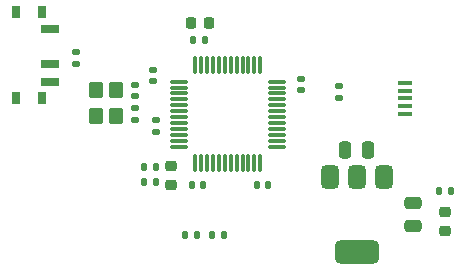
<source format=gbr>
%TF.GenerationSoftware,KiCad,Pcbnew,9.0.7*%
%TF.CreationDate,2026-02-01T18:49:21+05:30*%
%TF.ProjectId,stm32_Phils_lab,73746d33-325f-4506-9869-6c735f6c6162,rev?*%
%TF.SameCoordinates,Original*%
%TF.FileFunction,Paste,Top*%
%TF.FilePolarity,Positive*%
%FSLAX46Y46*%
G04 Gerber Fmt 4.6, Leading zero omitted, Abs format (unit mm)*
G04 Created by KiCad (PCBNEW 9.0.7) date 2026-02-01 18:49:21*
%MOMM*%
%LPD*%
G01*
G04 APERTURE LIST*
G04 Aperture macros list*
%AMRoundRect*
0 Rectangle with rounded corners*
0 $1 Rounding radius*
0 $2 $3 $4 $5 $6 $7 $8 $9 X,Y pos of 4 corners*
0 Add a 4 corners polygon primitive as box body*
4,1,4,$2,$3,$4,$5,$6,$7,$8,$9,$2,$3,0*
0 Add four circle primitives for the rounded corners*
1,1,$1+$1,$2,$3*
1,1,$1+$1,$4,$5*
1,1,$1+$1,$6,$7*
1,1,$1+$1,$8,$9*
0 Add four rect primitives between the rounded corners*
20,1,$1+$1,$2,$3,$4,$5,0*
20,1,$1+$1,$4,$5,$6,$7,0*
20,1,$1+$1,$6,$7,$8,$9,0*
20,1,$1+$1,$8,$9,$2,$3,0*%
G04 Aperture macros list end*
%ADD10R,1.500000X0.700000*%
%ADD11R,0.800000X1.000000*%
%ADD12RoundRect,0.250000X-0.350000X0.450000X-0.350000X-0.450000X0.350000X-0.450000X0.350000X0.450000X0*%
%ADD13RoundRect,0.075000X-0.662500X-0.075000X0.662500X-0.075000X0.662500X0.075000X-0.662500X0.075000X0*%
%ADD14RoundRect,0.075000X-0.075000X-0.662500X0.075000X-0.662500X0.075000X0.662500X-0.075000X0.662500X0*%
%ADD15RoundRect,0.375000X-0.375000X0.625000X-0.375000X-0.625000X0.375000X-0.625000X0.375000X0.625000X0*%
%ADD16RoundRect,0.500000X-1.400000X0.500000X-1.400000X-0.500000X1.400000X-0.500000X1.400000X0.500000X0*%
%ADD17RoundRect,0.135000X-0.135000X-0.185000X0.135000X-0.185000X0.135000X0.185000X-0.135000X0.185000X0*%
%ADD18RoundRect,0.135000X0.135000X0.185000X-0.135000X0.185000X-0.135000X-0.185000X0.135000X-0.185000X0*%
%ADD19RoundRect,0.135000X0.185000X-0.135000X0.185000X0.135000X-0.185000X0.135000X-0.185000X-0.135000X0*%
%ADD20R,1.300000X0.450000*%
%ADD21RoundRect,0.218750X-0.256250X0.218750X-0.256250X-0.218750X0.256250X-0.218750X0.256250X0.218750X0*%
%ADD22RoundRect,0.140000X0.170000X-0.140000X0.170000X0.140000X-0.170000X0.140000X-0.170000X-0.140000X0*%
%ADD23RoundRect,0.140000X-0.140000X-0.170000X0.140000X-0.170000X0.140000X0.170000X-0.140000X0.170000X0*%
%ADD24RoundRect,0.140000X0.140000X0.170000X-0.140000X0.170000X-0.140000X-0.170000X0.140000X-0.170000X0*%
%ADD25RoundRect,0.140000X-0.170000X0.140000X-0.170000X-0.140000X0.170000X-0.140000X0.170000X0.140000X0*%
%ADD26RoundRect,0.225000X-0.225000X-0.250000X0.225000X-0.250000X0.225000X0.250000X-0.225000X0.250000X0*%
%ADD27RoundRect,0.250000X0.475000X-0.250000X0.475000X0.250000X-0.475000X0.250000X-0.475000X-0.250000X0*%
%ADD28RoundRect,0.250000X-0.250000X-0.475000X0.250000X-0.475000X0.250000X0.475000X-0.250000X0.475000X0*%
G04 APERTURE END LIST*
D10*
%TO.C,SW1*%
X81750000Y-85000000D03*
X81750000Y-83500000D03*
X81750000Y-80500000D03*
D11*
X78890000Y-86400000D03*
X81100000Y-86400000D03*
X78890000Y-79100000D03*
X81100000Y-79100000D03*
%TD*%
D12*
%TO.C,Y1*%
X85650000Y-85670000D03*
X85650000Y-87870000D03*
X87350000Y-87870000D03*
X87350000Y-85670000D03*
%TD*%
D13*
%TO.C,U2*%
X92675000Y-85000000D03*
X92675000Y-85500000D03*
X92675000Y-86000000D03*
X92675000Y-86500000D03*
X92675000Y-87000000D03*
X92675000Y-87500000D03*
X92675000Y-88000000D03*
X92675000Y-88500000D03*
X92675000Y-89000000D03*
X92675000Y-89500000D03*
X92675000Y-90000000D03*
X92675000Y-90500000D03*
D14*
X94087500Y-91912500D03*
X94587500Y-91912500D03*
X95087500Y-91912500D03*
X95587500Y-91912500D03*
X96087500Y-91912500D03*
X96587500Y-91912500D03*
X97087500Y-91912500D03*
X97587500Y-91912500D03*
X98087500Y-91912500D03*
X98587500Y-91912500D03*
X99087500Y-91912500D03*
X99587500Y-91912500D03*
D13*
X101000000Y-90500000D03*
X101000000Y-90000000D03*
X101000000Y-89500000D03*
X101000000Y-89000000D03*
X101000000Y-88500000D03*
X101000000Y-88000000D03*
X101000000Y-87500000D03*
X101000000Y-87000000D03*
X101000000Y-86500000D03*
X101000000Y-86000000D03*
X101000000Y-85500000D03*
X101000000Y-85000000D03*
D14*
X99587500Y-83587500D03*
X99087500Y-83587500D03*
X98587500Y-83587500D03*
X98087500Y-83587500D03*
X97587500Y-83587500D03*
X97087500Y-83587500D03*
X96587500Y-83587500D03*
X96087500Y-83587500D03*
X95587500Y-83587500D03*
X95087500Y-83587500D03*
X94587500Y-83587500D03*
X94087500Y-83587500D03*
%TD*%
D15*
%TO.C,U1*%
X110050000Y-93100000D03*
X107750000Y-93100000D03*
D16*
X107750000Y-99400000D03*
D15*
X105450000Y-93100000D03*
%TD*%
D17*
%TO.C,R5*%
X95480000Y-98000000D03*
X96500000Y-98000000D03*
%TD*%
D18*
%TO.C,R4*%
X94250000Y-98000000D03*
X93230000Y-98000000D03*
%TD*%
D19*
%TO.C,R3*%
X106225000Y-86360000D03*
X106225000Y-85340000D03*
%TD*%
%TO.C,R2*%
X84000000Y-83510000D03*
X84000000Y-82490000D03*
%TD*%
D17*
%TO.C,R1*%
X114730000Y-94250000D03*
X115750000Y-94250000D03*
%TD*%
D20*
%TO.C,J1*%
X111850000Y-87700000D03*
X111850000Y-87050000D03*
X111850000Y-86400000D03*
X111850000Y-85750000D03*
X111850000Y-85100000D03*
%TD*%
D21*
%TO.C,FB1*%
X92000000Y-92175000D03*
X92000000Y-93750000D03*
%TD*%
%TO.C,D1*%
X115250000Y-96062500D03*
X115250000Y-97637500D03*
%TD*%
D22*
%TO.C,C13*%
X89000000Y-88230000D03*
X89000000Y-87270000D03*
%TD*%
%TO.C,C12*%
X89000000Y-86250000D03*
X89000000Y-85290000D03*
%TD*%
D23*
%TO.C,C11*%
X93770000Y-93750000D03*
X94730000Y-93750000D03*
%TD*%
D24*
%TO.C,C10*%
X90730000Y-93500000D03*
X89770000Y-93500000D03*
%TD*%
%TO.C,C9*%
X90730000Y-92250000D03*
X89770000Y-92250000D03*
%TD*%
D22*
%TO.C,C8*%
X90750000Y-89230000D03*
X90750000Y-88270000D03*
%TD*%
D23*
%TO.C,C7*%
X94880000Y-81500000D03*
X93920000Y-81500000D03*
%TD*%
D25*
%TO.C,C6*%
X103000000Y-84770000D03*
X103000000Y-85730000D03*
%TD*%
D24*
%TO.C,C5*%
X100230000Y-93750000D03*
X99270000Y-93750000D03*
%TD*%
D22*
%TO.C,C4*%
X90500000Y-84980000D03*
X90500000Y-84020000D03*
%TD*%
D26*
%TO.C,C3*%
X93700000Y-80000000D03*
X95250000Y-80000000D03*
%TD*%
D27*
%TO.C,C2*%
X112500000Y-97200000D03*
X112500000Y-95300000D03*
%TD*%
D28*
%TO.C,C1*%
X106800000Y-90750000D03*
X108700000Y-90750000D03*
%TD*%
M02*

</source>
